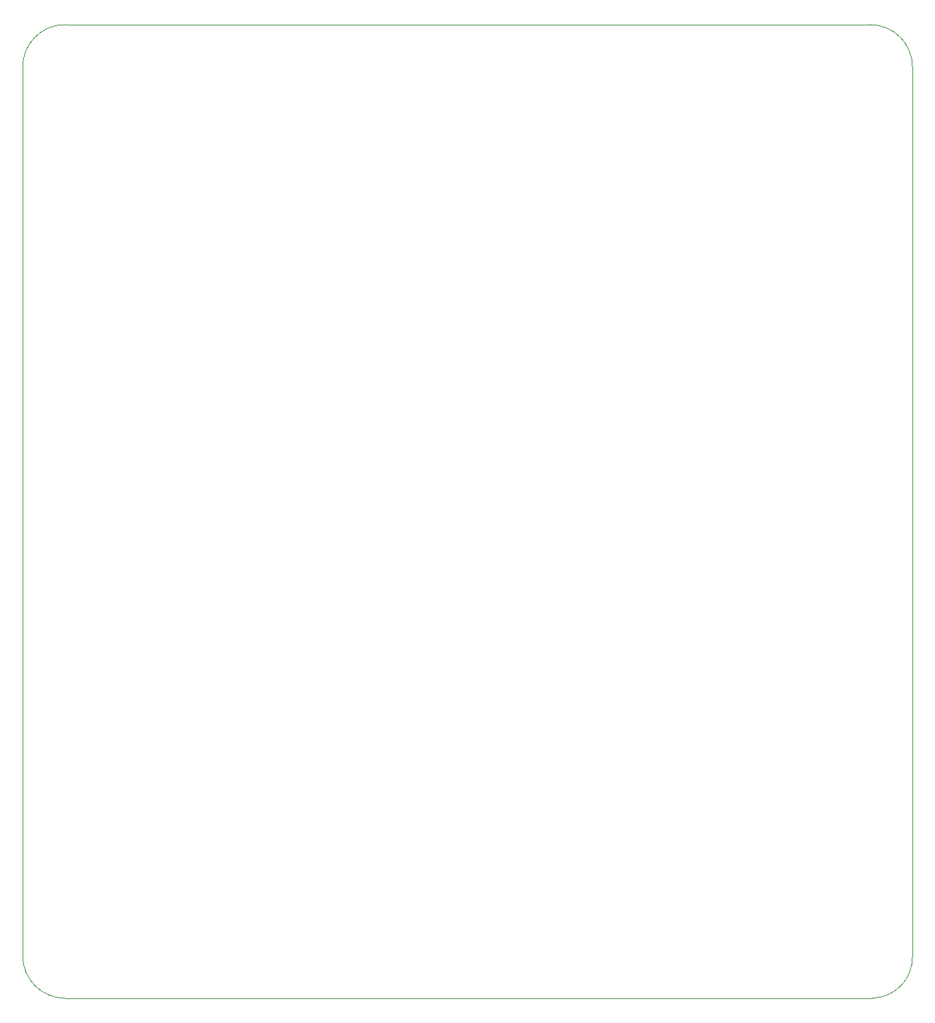
<source format=gbr>
%TF.GenerationSoftware,KiCad,Pcbnew,(6.0.7)*%
%TF.CreationDate,2022-10-07T16:54:50+08:00*%
%TF.ProjectId,__,5c1a2e6b-6963-4616-945f-706362585858,rev?*%
%TF.SameCoordinates,Original*%
%TF.FileFunction,Profile,NP*%
%FSLAX46Y46*%
G04 Gerber Fmt 4.6, Leading zero omitted, Abs format (unit mm)*
G04 Created by KiCad (PCBNEW (6.0.7)) date 2022-10-07 16:54:50*
%MOMM*%
%LPD*%
G01*
G04 APERTURE LIST*
%TA.AperFunction,Profile*%
%ADD10C,0.100000*%
%TD*%
G04 APERTURE END LIST*
D10*
X96520000Y-132080000D02*
G75*
G03*
X101600000Y-137160000I5080000J0D01*
G01*
X203200000Y-25400000D02*
X203200000Y-132080000D01*
X101600000Y-20320000D02*
X198120000Y-20320000D01*
X101600000Y-20320000D02*
G75*
G03*
X96520000Y-25400000I0J-5080000D01*
G01*
X203200000Y-25400000D02*
G75*
G03*
X198120000Y-20320000I-5080000J0D01*
G01*
X198374002Y-137160083D02*
G75*
G03*
X203200000Y-132080000I-111402J4938183D01*
G01*
X198374000Y-137160000D02*
X101600000Y-137160000D01*
X96520000Y-132080000D02*
X96520000Y-25400000D01*
M02*

</source>
